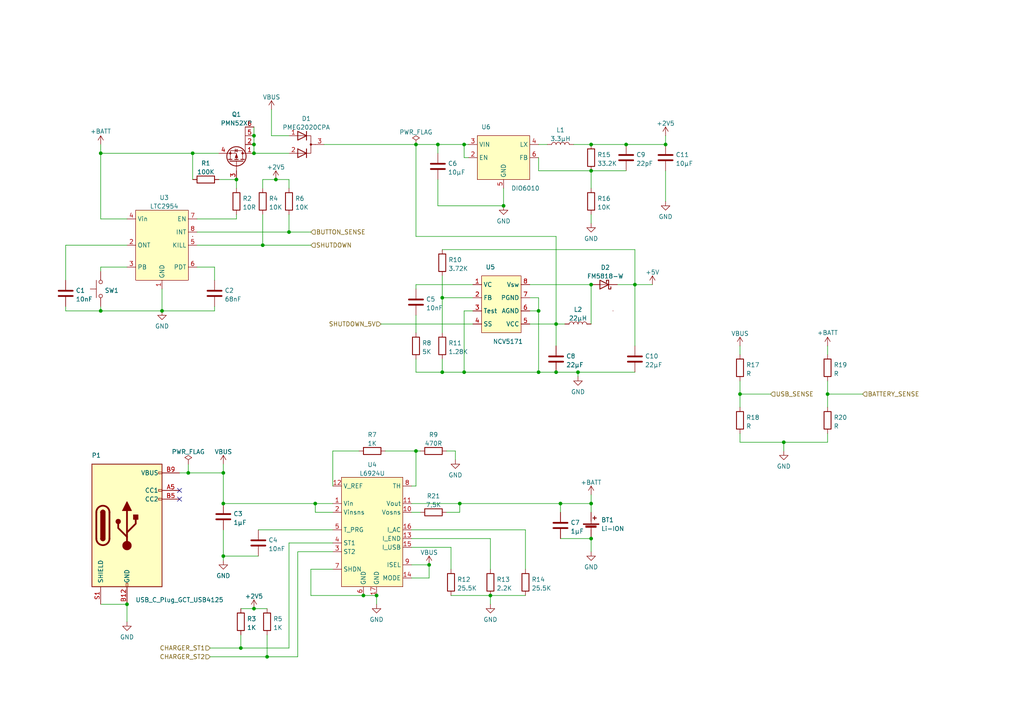
<source format=kicad_sch>
(kicad_sch (version 20211123) (generator eeschema)
  (paper "A4")
  (title_block (title "Power & Charge") (date "2022-06-08") (rev "1.0") (company "INSA - GEI"))
  (lib_symbols
    (symbol "Device:Battery_Cell" (pin_numbers hide) (pin_names (offset 0) hide)
      (property "Reference" "BT" (at 2.54 2.54 0))
      (property "Value" "Battery_Cell" (at 2.54 0 0))
      (symbol "Battery_Cell_0_1"
        (rectangle (start -2.286 1.778) (end 2.286 1.524) (fill (type outline)))
        (rectangle (start -1.5748 1.1938) (end 1.4732 0.6858) (fill (type outline)))
        (polyline (pts (xy 0 0.762) (xy 0 0)))
        (polyline (pts (xy 0 1.778) (xy 0 2.54)))
        (polyline (pts (xy 0.508 3.429) (xy 1.524 3.429)) (stroke (width 0.254)))
        (polyline (pts (xy 1.016 3.937) (xy 1.016 2.921)) (stroke (width 0.254)))
      )
      (symbol "Battery_Cell_1_1"
        (pin passive line (at 0 5.08 270) (length 2.54) (name "+") (number "1"))
        (pin passive line (at 0 -2.54 90) (length 2.54) (name "-") (number "2"))
      )
    )
    (symbol "Device:C" (pin_numbers hide) (pin_names (offset 0.254))
      (property "Reference" "C" (at 0.635 2.54 0))
      (property "Value" "C" (at 0.635 -2.54 0))
      (symbol "C_0_1"
        (polyline (pts (xy -2.032 -0.762) (xy 2.032 -0.762)) (stroke (width 0.508)))
        (polyline (pts (xy -2.032 0.762) (xy 2.032 0.762)) (stroke (width 0.508)))
      )
      (symbol "C_1_1"
        (pin passive line (at 0 3.81 270) (length 2.794) (name "~") (number "1"))
        (pin passive line (at 0 -3.81 90) (length 2.794) (name "~") (number "2"))
      )
    )
    (symbol "Device:D_Dual_CommonCathode_AAK_Parallel" (pin_names (offset 0.762) hide)
      (property "Reference" "D" (at 0 5.08 0))
      (property "Value" "D_Dual_CommonCathode_AAK_Parallel" (at 0 -5.08 0))
      (symbol "D_Dual_CommonCathode_AAK_Parallel_0_0"
        (polyline (pts (xy 0 -1.27) (xy 0 -3.81)) (stroke (width 0.254)))
        (polyline (pts (xy 0 1.27) (xy 0 3.81)) (stroke (width 0.254)))
      )
      (symbol "D_Dual_CommonCathode_AAK_Parallel_0_1"
        (polyline (pts (xy 1.27 0) (xy 2.54 0)))
        (polyline (pts (xy -2.54 -2.54) (xy 1.27 -2.54) (xy 1.27 2.54) (xy -2.54 2.54)))
        (polyline (pts (xy -2.54 -1.27) (xy 0 -2.54) (xy -2.54 -3.81) (xy -2.54 -1.27) (xy -2.54 -1.27) (xy -2.54 -1.27)) (stroke (width 0.254)))
        (polyline (pts (xy -2.54 3.81) (xy 0 2.54) (xy -2.54 1.27) (xy -2.54 3.81) (xy -2.54 3.81) (xy -2.54 3.81)) (stroke (width 0.254)))
        (circle (center 1.27 0) (radius 0.254) (fill (type outline)))
        (pin passive line (at -5.08 2.54 0) (length 2.54) (name "K") (number "1"))
        (pin passive line (at -5.08 -2.54 0) (length 2.54) (name "K") (number "2"))
        (pin passive line (at 5.08 0 180) (length 2.54) (name "A") (number "3"))
      )
    )
    (symbol "Device:D_Schottky" (pin_numbers hide) (pin_names (offset 1.016) hide)
      (property "Reference" "D" (at 0 2.54 0))
      (property "Value" "D_Schottky" (at 0 -2.54 0))
      (symbol "D_Schottky_0_1"
        (polyline (pts (xy 1.27 0) (xy -1.27 0)))
        (polyline (pts (xy 1.27 1.27) (xy 1.27 -1.27) (xy -1.27 0) (xy 1.27 1.27)) (stroke (width 0.254)))
        (polyline (pts (xy -1.905 0.635) (xy -1.905 1.27) (xy -1.27 1.27) (xy -1.27 -1.27) (xy -0.635 -1.27) (xy -0.635 -0.635)) (stroke (width 0.254)))
      )
      (symbol "D_Schottky_1_1"
        (pin passive line (at -3.81 0 0) (length 2.54) (name "K") (number "1"))
        (pin passive line (at 3.81 0 180) (length 2.54) (name "A") (number "2"))
      )
    )
    (symbol "Device:L" (pin_numbers hide) (pin_names (offset 1.016) hide)
      (property "Reference" "L" (at -1.27 0 90))
      (property "Value" "L" (at 1.905 0 90))
      (symbol "L_0_1"
        (arc (start 0 -2.54) (mid 0.635 -1.905) (end 0 -1.27))
        (arc (start 0 -1.27) (mid 0.635 -0.635) (end 0 0))
        (arc (start 0 0) (mid 0.635 0.635) (end 0 1.27))
        (arc (start 0 1.27) (mid 0.635 1.905) (end 0 2.54))
      )
      (symbol "L_1_1"
        (pin passive line (at 0 3.81 270) (length 1.27) (name "1") (number "1"))
        (pin passive line (at 0 -3.81 90) (length 1.27) (name "2") (number "2"))
      )
    )
    (symbol "Device:R" (pin_numbers hide) (pin_names (offset 0))
      (property "Reference" "R" (at 2.032 0 90))
      (property "Value" "R" (at 0 0 90))
      (symbol "R_0_1"
        (rectangle (start -1.016 -2.54) (end 1.016 2.54) (stroke (width 0.254)))
      )
      (symbol "R_1_1"
        (pin passive line (at 0 3.81 270) (length 1.27) (name "~") (number "1"))
        (pin passive line (at 0 -3.81 90) (length 1.27) (name "~") (number "2"))
      )
    )
    (symbol "Insa:DIO6010"
      (property "Reference" "U" (at -6.35 13.97 0))
      (property "Value" "DIO6010" (at 6.35 -2.54 0))
      (symbol "DIO6010_0_1"
        (rectangle (start -7.62 12.7) (end 7.62 0) (stroke (width 0.1524)) (fill (type background)))
      )
      (symbol "DIO6010_1_1"
        (pin passive line (at -10.16 2.54 0) (length 2.54) hide (name "NC") (number "1"))
        (pin input line (at -10.16 6.35 0) (length 2.54) (name "EN") (number "2"))
        (pin power_in line (at -10.16 10.16 0) (length 2.54) (name "VIN") (number "3"))
        (pin power_out line (at 10.16 10.16 180) (length 2.54) (name "LX") (number "4"))
        (pin power_in line (at 0 -2.54 90) (length 2.54) (name "GND") (number "5"))
        (pin input line (at 10.16 6.35 180) (length 2.54) (name "FB") (number "6"))
      )
    )
    (symbol "Insa:L6924U"
      (property "Reference" "U" (at 0 34.29 0))
      (property "Value" "L6924U" (at 7.62 -2.54 0))
      (symbol "L6924U_0_1"
        (rectangle (start -8.89 31.75) (end 8.89 0) (stroke (width 0.1524)) (fill (type background)))
      )
      (symbol "L6924U_1_1"
        (pin power_in line (at -11.43 24.13 0) (length 2.54) (name "Vin") (number "1"))
        (pin input line (at 11.43 21.59 180) (length 2.54) (name "Vosns") (number "10"))
        (pin power_out line (at 11.43 24.13 180) (length 2.54) (name "Vout") (number "11"))
        (pin output line (at -11.43 29.21 0) (length 2.54) (name "V_REF") (number "12"))
        (pin bidirectional line (at 11.43 13.97 180) (length 2.54) (name "I_END") (number "13"))
        (pin input line (at 11.43 2.54 180) (length 2.54) (name "MODE") (number "14"))
        (pin input line (at 11.43 11.43 180) (length 2.54) (name "I_USB") (number "15"))
        (pin input line (at 11.43 16.51 180) (length 2.54) (name "I_AC") (number "16"))
        (pin power_in line (at 1.27 -2.54 90) (length 2.54) (name "GND") (number "17"))
        (pin power_in line (at -11.43 21.59 0) (length 2.54) (name "Vinsns") (number "2"))
        (pin open_collector line (at -11.43 10.16 0) (length 2.54) (name "ST2") (number "3"))
        (pin open_collector line (at -11.43 12.7 0) (length 2.54) (name "ST1") (number "4"))
        (pin passive line (at -11.43 16.51 0) (length 2.54) (name "T_PRG") (number "5"))
        (pin power_in line (at -2.54 -2.54 90) (length 2.54) (name "GND") (number "6"))
        (pin input line (at -11.43 5.08 0) (length 2.54) (name "SHDN") (number "7"))
        (pin input line (at 11.43 29.21 180) (length 2.54) (name "TH") (number "8"))
        (pin input line (at 11.43 6.35 180) (length 2.54) (name "ISEL") (number "9"))
      )
    )
    (symbol "Insa:LTC2954"
      (property "Reference" "U" (at -6.35 25.4 0))
      (property "Value" "LTC2954" (at 5.08 1.27 0))
      (symbol "LTC2954_0_1"
        (rectangle (start -8.89 24.13) (end 6.35 3.81) (stroke (width 0.1524)) (fill (type background)))
        (rectangle (start 7.62 16.51) (end 7.62 16.51) (stroke (width 0.1524)))
        (rectangle (start 7.62 16.51) (end 7.62 16.51) (stroke (width 0.1524)))
        (rectangle (start 7.62 16.51) (end 7.62 16.51) (stroke (width 0.1524)))
        (rectangle (start 7.62 16.51) (end 7.62 16.51) (stroke (width 0.1524)))
        (rectangle (start 7.62 16.51) (end 7.62 16.51) (stroke (width 0.1524)))
        (rectangle (start 7.62 16.51) (end 7.62 16.51) (stroke (width 0.1524)))
      )
      (symbol "LTC2954_1_1"
        (pin power_in line (at -1.27 1.27 90) (length 2.54) (name "GND") (number "1"))
        (pin bidirectional line (at -11.43 13.97 0) (length 2.54) (name "ONT") (number "2"))
        (pin input line (at -11.43 7.62 0) (length 2.54) (name "PB") (number "3"))
        (pin power_in line (at -11.43 21.59 0) (length 2.54) (name "Vin") (number "4"))
        (pin input line (at 8.89 13.97 180) (length 2.54) (name "KILL") (number "5"))
        (pin bidirectional line (at 8.89 7.62 180) (length 2.54) (name "PDT") (number "6"))
        (pin input line (at 8.89 21.59 180) (length 2.54) (name "EN") (number "7"))
        (pin output line (at 8.89 17.78 180) (length 2.54) (name "INT") (number "8"))
      )
    )
    (symbol "Insa:NCV5171"
      (property "Reference" "U" (at 0 17.78 0))
      (property "Value" "NCV5171" (at 1.27 -1.27 0))
      (symbol "NCV5171_0_1"
        (rectangle (start -5.08 16.51) (end 6.35 0) (stroke (width 0.1524)) (fill (type background)))
        (rectangle (start 33.02 6.35) (end 33.02 6.35) (stroke (width 0.1524)))
        (rectangle (start 33.02 6.35) (end 33.02 6.35) (stroke (width 0.1524)))
      )
      (symbol "NCV5171_1_1"
        (pin input line (at -7.62 13.97 0) (length 2.54) (name "VC") (number "1"))
        (pin input line (at -7.62 10.16 0) (length 2.54) (name "FB") (number "2"))
        (pin input line (at -7.62 6.35 0) (length 2.54) (name "Test") (number "3"))
        (pin input line (at -7.62 2.54 0) (length 2.54) (name "SS") (number "4"))
        (pin power_in line (at 8.89 2.54 180) (length 2.54) (name "VCC") (number "5"))
        (pin power_in line (at 8.89 6.35 180) (length 2.54) (name "AGND") (number "6"))
        (pin power_in line (at 8.89 10.16 180) (length 2.54) (name "PGND") (number "7"))
        (pin power_out line (at 8.89 13.97 180) (length 2.54) (name "Vsw") (number "8"))
      )
    )
    (symbol "Insa:PMN52XP" (pin_names (offset 0) hide)
      (property "Reference" "Q" (at 5.08 1.27 0))
      (property "Value" "PMN52XP" (at 5.08 -1.27 0))
      (symbol "PMN52XP_0_1"
        (polyline (pts (xy 0.254 0) (xy -2.54 0)))
        (polyline (pts (xy 0.254 1.905) (xy 0.254 -1.905)) (stroke (width 0.254)))
        (polyline (pts (xy 0.762 -1.27) (xy 0.762 -2.286)) (stroke (width 0.254)))
        (polyline (pts (xy 0.762 0.508) (xy 0.762 -0.508)) (stroke (width 0.254)))
        (polyline (pts (xy 0.762 2.286) (xy 0.762 1.27)) (stroke (width 0.254)))
        (polyline (pts (xy 10.16 2.54) (xy 5.08 2.54)) (stroke (width 0.1524)))
        (polyline (pts (xy 2.54 -2.54) (xy 2.54 0) (xy 0.762 0)))
        (polyline (pts (xy 5.08 2.54) (xy 2.54 2.54) (xy 2.54 1.778)))
        (polyline (pts (xy 0.762 1.778) (xy 3.302 1.778) (xy 3.302 -1.778) (xy 0.762 -1.778)))
        (polyline (pts (xy 2.286 0) (xy 1.27 0.381) (xy 1.27 -0.381) (xy 2.286 0)) (fill (type outline)))
        (polyline (pts (xy 2.794 -0.508) (xy 2.921 -0.381) (xy 3.683 -0.381) (xy 3.81 -0.254)))
        (polyline (pts (xy 3.302 -0.381) (xy 2.921 0.254) (xy 3.683 0.254) (xy 3.302 -0.381)))
        (circle (center 1.651 0) (radius 2.794) (stroke (width 0.254)))
        (circle (center 2.54 -1.778) (radius 0.254) (fill (type outline)))
        (circle (center 2.54 1.778) (radius 0.254) (fill (type outline)))
      )
      (symbol "PMN52XP_1_1"
        (pin passive line (at 2.54 5.08 270) (length 2.54) (name "D") (number "1"))
        (pin passive line (at 5.08 5.08 270) (length 2.54) (name "D") (number "2"))
        (pin input line (at -5.08 0 0) (length 2.54) (name "G") (number "3"))
        (pin passive line (at 2.54 -5.08 90) (length 2.54) (name "S") (number "4"))
        (pin passive line (at 7.62 5.08 270) (length 2.54) (name "D") (number "5"))
        (pin passive line (at 10.16 5.08 270) (length 2.54) (name "D") (number "6"))
      )
    )
    (symbol "Insa:USB_C_Plug_GCT_USB4125" (pin_names (offset 1.016))
      (property "Reference" "P" (at -10.16 19.05 0))
      (property "Value" "USB_C_Plug_GCT_USB4125" (at 26.67 -20.32 0))
      (symbol "USB_C_Plug_GCT_USB4125_0_0"
        (rectangle (start -0.254 -17.78) (end 0.254 -16.764))
        (rectangle (start 10.16 7.874) (end 9.144 7.366))
        (rectangle (start 10.16 10.414) (end 9.144 9.906))
        (rectangle (start 10.16 15.494) (end 9.144 14.986))
      )
      (symbol "USB_C_Plug_GCT_USB4125_0_1"
        (rectangle (start -10.16 17.78) (end 10.16 -17.78) (stroke (width 0.254)) (fill (type background)))
        (arc (start -8.89 -3.81) (mid -6.985 -5.715) (end -5.08 -3.81) (stroke (width 0.508)))
        (arc (start -7.62 -3.81) (mid -6.985 -4.445) (end -6.35 -3.81) (stroke (width 0.254)))
        (arc (start -7.62 -3.81) (mid -6.985 -4.445) (end -6.35 -3.81) (stroke (width 0.254)) (fill (type outline)))
        (rectangle (start -7.62 -3.81) (end -6.35 3.81) (stroke (width 0.254)) (fill (type outline)))
        (arc (start -6.35 3.81) (mid -6.985 4.445) (end -7.62 3.81) (stroke (width 0.254)))
        (arc (start -6.35 3.81) (mid -6.985 4.445) (end -7.62 3.81) (stroke (width 0.254)) (fill (type outline)))
        (arc (start -5.08 3.81) (mid -6.985 5.715) (end -8.89 3.81) (stroke (width 0.508)))
        (circle (center -2.54 1.143) (radius 0.635) (stroke (width 0.254)) (fill (type outline)))
        (circle (center 0 -5.842) (radius 1.27) (fill (type outline)))
        (polyline (pts (xy -8.89 -3.81) (xy -8.89 3.81)) (stroke (width 0.508)))
        (polyline (pts (xy -5.08 3.81) (xy -5.08 -3.81)) (stroke (width 0.508)))
        (polyline (pts (xy 0 -5.842) (xy 0 4.318)) (stroke (width 0.508)))
        (polyline (pts (xy 0 -3.302) (xy -2.54 -0.762) (xy -2.54 0.508)) (stroke (width 0.508)))
        (polyline (pts (xy 0 -2.032) (xy 2.54 0.508) (xy 2.54 1.778)) (stroke (width 0.508)))
        (polyline (pts (xy -1.27 4.318) (xy 0 6.858) (xy 1.27 4.318) (xy -1.27 4.318)) (stroke (width 0.254)) (fill (type outline)))
        (rectangle (start 1.905 1.778) (end 3.175 3.048) (stroke (width 0.254)) (fill (type outline)))
      )
      (symbol "USB_C_Plug_GCT_USB4125_1_1"
        (pin passive line (at 0 -22.86 90) (length 5.08) hide (name "GND") (number "A12"))
        (pin bidirectional line (at 15.24 10.16 180) (length 5.08) (name "CC1") (number "A5"))
        (pin passive line (at 15.24 15.24 180) (length 5.08) hide (name "VBUS") (number "A9"))
        (pin passive line (at 0 -22.86 90) (length 5.08) (name "GND") (number "B12"))
        (pin bidirectional line (at 15.24 7.62 180) (length 5.08) (name "CC2") (number "B5"))
        (pin passive line (at 15.24 15.24 180) (length 5.08) (name "VBUS") (number "B9"))
        (pin passive line (at -7.62 -22.86 90) (length 5.08) (name "SHIELD") (number "S1"))
      )
    )
    (symbol "Switch:SW_Push" (pin_numbers hide) (pin_names (offset 1.016) hide)
      (property "Reference" "SW" (at 1.27 2.54 0))
      (property "Value" "SW_Push" (at 0 -1.524 0))
      (symbol "SW_Push_0_1"
        (circle (center -2.032 0) (radius 0.508))
        (polyline (pts (xy 0 1.27) (xy 0 3.048)))
        (polyline (pts (xy 2.54 1.27) (xy -2.54 1.27)))
        (circle (center 2.032 0) (radius 0.508))
        (pin passive line (at -5.08 0 0) (length 2.54) (name "1") (number "1"))
        (pin passive line (at 5.08 0 180) (length 2.54) (name "2") (number "2"))
      )
    )
    (symbol "power:+2V5" (power) (pin_names (offset 0))
      (property "Value" "+2V5" (at 0 3.556 0))
      (symbol "+2V5_0_1"
        (polyline (pts (xy -0.762 1.27) (xy 0 2.54)))
        (polyline (pts (xy 0 0) (xy 0 2.54)))
        (polyline (pts (xy 0 2.54) (xy 0.762 1.27)))
      )
      (symbol "+2V5_1_1"
        (pin power_in line (at 0 0 90) (length 0) hide (name "+2V5") (number "1"))
      )
    )
    (symbol "power:+5V" (power) (pin_names (offset 0))
      (property "Value" "+5V" (at 0 3.556 0))
      (symbol "+5V_0_1"
        (polyline (pts (xy -0.762 1.27) (xy 0 2.54)))
        (polyline (pts (xy 0 0) (xy 0 2.54)))
        (polyline (pts (xy 0 2.54) (xy 0.762 1.27)))
      )
      (symbol "+5V_1_1"
        (pin power_in line (at 0 0 90) (length 0) hide (name "+5V") (number "1"))
      )
    )
    (symbol "power:+BATT" (power) (pin_names (offset 0))
      (property "Value" "+BATT" (at 0 3.556 0))
      (symbol "+BATT_0_1"
        (polyline (pts (xy -0.762 1.27) (xy 0 2.54)))
        (polyline (pts (xy 0 0) (xy 0 2.54)))
        (polyline (pts (xy 0 2.54) (xy 0.762 1.27)))
      )
      (symbol "+BATT_1_1"
        (pin power_in line (at 0 0 90) (length 0) hide (name "+BATT") (number "1"))
      )
    )
    (symbol "power:GND" (power) (pin_names (offset 0))
      (property "Value" "GND" (at 0 -3.81 0))
      (symbol "GND_0_1"
        (polyline (pts (xy 0 0) (xy 0 -1.27) (xy 1.27 -1.27) (xy 0 -2.54) (xy -1.27 -1.27) (xy 0 -1.27)))
      )
      (symbol "GND_1_1"
        (pin power_in line (at 0 0 270) (length 0) hide (name "GND") (number "1"))
      )
    )
    (symbol "power:PWR_FLAG" (power) (pin_numbers hide) (pin_names (offset 0) hide)
      (property "Value" "PWR_FLAG" (at 0 3.81 0))
      (symbol "PWR_FLAG_0_0"
        (pin power_out line (at 0 0 90) (length 0) (name "pwr") (number "1"))
      )
      (symbol "PWR_FLAG_0_1"
        (polyline (pts (xy 0 0) (xy 0 1.27) (xy -1.016 1.905) (xy 0 2.54) (xy 1.016 1.905) (xy 0 1.27)))
      )
    )
    (symbol "power:VBUS" (power) (pin_names (offset 0))
      (property "Value" "VBUS" (at 0 3.81 0))
      (symbol "VBUS_0_1"
        (polyline (pts (xy -0.762 1.27) (xy 0 2.54)))
        (polyline (pts (xy 0 0) (xy 0 2.54)))
        (polyline (pts (xy 0 2.54) (xy 0.762 1.27)))
      )
      (symbol "VBUS_1_1"
        (pin power_in line (at 0 0 90) (length 0) hide (name "VBUS") (number "1"))
      )
    )
  )
  (junction (at 214.63 114.3))
  (junction (at 128.27 86.36))
  (junction (at 127 41.91))
  (junction (at 171.45 41.91))
  (junction (at 64.77 146.05))
  (junction (at 91.44 146.05))
  (junction (at 73.66 39.37))
  (junction (at 240.03 114.3))
  (junction (at 109.22 172.72))
  (junction (at 73.66 176.53))
  (junction (at 181.61 41.91))
  (junction (at 171.45 82.55))
  (junction (at 184.15 82.55))
  (junction (at 120.65 41.91))
  (junction (at 156.21 107.95))
  (junction (at 128.27 107.95))
  (junction (at 64.77 137.16))
  (junction (at 36.83 175.26))
  (junction (at 167.64 107.95))
  (junction (at 161.29 93.98))
  (junction (at 171.45 146.05))
  (junction (at 69.85 187.96))
  (junction (at 162.56 146.05))
  (junction (at 73.66 44.45))
  (junction (at 76.2 71.12))
  (junction (at 55.88 44.45))
  (junction (at 171.45 156.21))
  (junction (at 134.62 107.95))
  (junction (at 193.04 41.91))
  (junction (at 146.05 59.69))
  (junction (at 73.66 41.91))
  (junction (at 227.33 128.27))
  (junction (at 54.61 137.16))
  (junction (at 133.35 146.05))
  (junction (at 161.29 107.95))
  (junction (at 134.62 41.91))
  (junction (at 142.24 172.72))
  (junction (at 124.46 163.83))
  (junction (at 171.45 49.53))
  (junction (at 80.01 52.07))
  (junction (at 83.82 67.31))
  (junction (at 29.21 90.17))
  (junction (at 120.65 130.81))
  (junction (at 29.21 44.45))
  (junction (at 105.41 172.72))
  (junction (at 68.58 52.07))
  (junction (at 77.47 190.5))
  (junction (at 156.21 90.17))
  (junction (at 46.99 90.17))
  (junction (at 64.77 161.29))
  (no_connect (at 52.07 144.78))
  (no_connect (at 52.07 142.24))
  (wire (pts (xy 69.85 176.53) (xy 73.66 176.53)))
  (wire (pts (xy 119.38 140.97) (xy 120.65 140.97)))
  (wire (pts (xy 214.63 114.3) (xy 223.52 114.3)))
  (wire (pts (xy 153.67 90.17) (xy 156.21 90.17)))
  (wire (pts (xy 29.21 175.26) (xy 36.83 175.26)))
  (wire (pts (xy 171.45 41.91) (xy 181.61 41.91)))
  (wire (pts (xy 240.03 100.33) (xy 240.03 102.87)))
  (wire (pts (xy 240.03 114.3) (xy 240.03 118.11)))
  (wire (pts (xy 73.66 39.37) (xy 73.66 41.91)))
  (wire (pts (xy 128.27 86.36) (xy 137.16 86.36)))
  (wire (pts (xy 46.99 90.17) (xy 46.99 83.82)))
  (wire (pts (xy 36.83 63.5) (xy 29.21 63.5)))
  (wire (pts (xy 93.98 41.91) (xy 120.65 41.91)))
  (wire (pts (xy 153.67 86.36) (xy 156.21 86.36)))
  (wire (pts (xy 86.36 160.02) (xy 86.36 190.5)))
  (wire (pts (xy 29.21 63.5) (xy 29.21 44.45)))
  (wire (pts (xy 129.54 130.81) (xy 132.08 130.81)))
  (wire (pts (xy 69.85 187.96) (xy 83.82 187.96)))
  (wire (pts (xy 120.65 41.91) (xy 127 41.91)))
  (wire (pts (xy 128.27 86.36) (xy 128.27 96.52)))
  (wire (pts (xy 77.47 190.5) (xy 86.36 190.5)))
  (wire (pts (xy 64.77 161.29) (xy 64.77 162.56)))
  (wire (pts (xy 29.21 90.17) (xy 29.21 88.9)))
  (wire (pts (xy 96.52 130.81) (xy 104.14 130.81)))
  (wire (pts (xy 52.07 137.16) (xy 54.61 137.16)))
  (wire (pts (xy 96.52 157.48) (xy 83.82 157.48)))
  (wire (pts (xy 161.29 107.95) (xy 167.64 107.95)))
  (wire (pts (xy 156.21 90.17) (xy 156.21 107.95)))
  (wire (pts (xy 161.29 93.98) (xy 161.29 68.58)))
  (wire (pts (xy 73.66 36.83) (xy 73.66 39.37)))
  (wire (pts (xy 74.93 153.67) (xy 96.52 153.67)))
  (wire (pts (xy 90.17 165.1) (xy 90.17 172.72)))
  (wire (pts (xy 124.46 167.64) (xy 124.46 163.83)))
  (wire (pts (xy 171.45 62.23) (xy 171.45 64.77)))
  (wire (pts (xy 29.21 44.45) (xy 55.88 44.45)))
  (wire (pts (xy 135.89 45.72) (xy 134.62 45.72)))
  (wire (pts (xy 161.29 93.98) (xy 163.83 93.98)))
  (wire (pts (xy 240.03 114.3) (xy 250.19 114.3)))
  (wire (pts (xy 130.81 172.72) (xy 142.24 172.72)))
  (wire (pts (xy 171.45 49.53) (xy 181.61 49.53)))
  (wire (pts (xy 184.15 82.55) (xy 189.23 82.55)))
  (wire (pts (xy 161.29 93.98) (xy 161.29 100.33)))
  (wire (pts (xy 76.2 71.12) (xy 90.17 71.12)))
  (wire (pts (xy 156.21 86.36) (xy 156.21 90.17)))
  (wire (pts (xy 96.52 140.97) (xy 96.52 130.81)))
  (wire (pts (xy 109.22 172.72) (xy 109.22 175.26)))
  (wire (pts (xy 133.35 148.59) (xy 133.35 146.05)))
  (wire (pts (xy 120.65 140.97) (xy 120.65 130.81)))
  (wire (pts (xy 171.45 49.53) (xy 171.45 54.61)))
  (wire (pts (xy 60.96 187.96) (xy 69.85 187.96)))
  (wire (pts (xy 184.15 82.55) (xy 184.15 100.33)))
  (wire (pts (xy 64.77 146.05) (xy 91.44 146.05)))
  (wire (pts (xy 29.21 90.17) (xy 46.99 90.17)))
  (wire (pts (xy 120.65 130.81) (xy 121.92 130.81)))
  (wire (pts (xy 119.38 153.67) (xy 152.4 153.67)))
  (wire (pts (xy 134.62 41.91) (xy 134.62 45.72)))
  (wire (pts (xy 29.21 44.45) (xy 29.21 41.91)))
  (wire (pts (xy 120.65 82.55) (xy 120.65 83.82)))
  (wire (pts (xy 120.65 68.58) (xy 120.65 41.91)))
  (wire (pts (xy 167.64 107.95) (xy 167.64 109.22)))
  (wire (pts (xy 80.01 52.07) (xy 76.2 52.07)))
  (wire (pts (xy 46.99 90.17) (xy 62.23 90.17)))
  (wire (pts (xy 76.2 62.23) (xy 76.2 71.12)))
  (wire (pts (xy 29.21 90.17) (xy 19.05 90.17)))
  (wire (pts (xy 36.83 175.26) (xy 36.83 180.34)))
  (wire (pts (xy 120.65 91.44) (xy 120.65 96.52)))
  (wire (pts (xy 166.37 41.91) (xy 171.45 41.91)))
  (wire (pts (xy 129.54 148.59) (xy 133.35 148.59)))
  (wire (pts (xy 73.66 44.45) (xy 83.82 44.45)))
  (wire (pts (xy 167.64 107.95) (xy 184.15 107.95)))
  (wire (pts (xy 19.05 71.12) (xy 36.83 71.12)))
  (wire (pts (xy 83.82 157.48) (xy 83.82 187.96)))
  (wire (pts (xy 134.62 41.91) (xy 135.89 41.91)))
  (wire (pts (xy 60.96 190.5) (xy 77.47 190.5)))
  (wire (pts (xy 76.2 52.07) (xy 76.2 54.61)))
  (wire (pts (xy 119.38 146.05) (xy 133.35 146.05)))
  (wire (pts (xy 77.47 184.15) (xy 77.47 190.5)))
  (wire (pts (xy 227.33 128.27) (xy 240.03 128.27)))
  (wire (pts (xy 119.38 156.21) (xy 142.24 156.21)))
  (wire (pts (xy 64.77 137.16) (xy 64.77 146.05)))
  (wire (pts (xy 156.21 41.91) (xy 158.75 41.91)))
  (wire (pts (xy 171.45 49.53) (xy 156.21 49.53)))
  (wire (pts (xy 214.63 114.3) (xy 214.63 118.11)))
  (wire (pts (xy 64.77 161.29) (xy 74.93 161.29)))
  (wire (pts (xy 240.03 128.27) (xy 240.03 125.73)))
  (wire (pts (xy 96.52 160.02) (xy 86.36 160.02)))
  (wire (pts (xy 69.85 184.15) (xy 69.85 187.96)))
  (wire (pts (xy 119.38 148.59) (xy 121.92 148.59)))
  (wire (pts (xy 134.62 107.95) (xy 128.27 107.95)))
  (wire (pts (xy 19.05 90.17) (xy 19.05 88.9)))
  (wire (pts (xy 142.24 172.72) (xy 142.24 175.26)))
  (wire (pts (xy 127 41.91) (xy 134.62 41.91)))
  (wire (pts (xy 68.58 63.5) (xy 68.58 62.23)))
  (wire (pts (xy 134.62 90.17) (xy 134.62 107.95)))
  (wire (pts (xy 83.82 52.07) (xy 80.01 52.07)))
  (wire (pts (xy 127 52.07) (xy 127 59.69)))
  (wire (pts (xy 57.15 63.5) (xy 68.58 63.5)))
  (wire (pts (xy 96.52 165.1) (xy 90.17 165.1)))
  (wire (pts (xy 162.56 146.05) (xy 162.56 148.59)))
  (wire (pts (xy 91.44 148.59) (xy 91.44 146.05)))
  (wire (pts (xy 64.77 134.62) (xy 64.77 137.16)))
  (wire (pts (xy 36.83 77.47) (xy 29.21 77.47)))
  (wire (pts (xy 142.24 172.72) (xy 152.4 172.72)))
  (wire (pts (xy 184.15 72.39) (xy 184.15 82.55)))
  (wire (pts (xy 96.52 148.59) (xy 91.44 148.59)))
  (wire (pts (xy 128.27 80.01) (xy 128.27 86.36)))
  (wire (pts (xy 181.61 41.91) (xy 193.04 41.91)))
  (wire (pts (xy 214.63 110.49) (xy 214.63 114.3)))
  (wire (pts (xy 137.16 82.55) (xy 120.65 82.55)))
  (wire (pts (xy 57.15 77.47) (xy 62.23 77.47)))
  (wire (pts (xy 111.76 130.81) (xy 120.65 130.81)))
  (wire (pts (xy 55.88 44.45) (xy 63.5 44.45)))
  (wire (pts (xy 83.82 39.37) (xy 78.74 39.37)))
  (wire (pts (xy 128.27 107.95) (xy 120.65 107.95)))
  (wire (pts (xy 90.17 172.72) (xy 105.41 172.72)))
  (wire (pts (xy 57.15 67.31) (xy 83.82 67.31)))
  (wire (pts (xy 156.21 107.95) (xy 134.62 107.95)))
  (wire (pts (xy 130.81 165.1) (xy 130.81 158.75)))
  (wire (pts (xy 137.16 90.17) (xy 134.62 90.17)))
  (wire (pts (xy 128.27 104.14) (xy 128.27 107.95)))
  (wire (pts (xy 132.08 130.81) (xy 132.08 133.35)))
  (wire (pts (xy 83.82 54.61) (xy 83.82 52.07)))
  (wire (pts (xy 171.45 146.05) (xy 171.45 148.59)))
  (wire (pts (xy 54.61 137.16) (xy 64.77 137.16)))
  (wire (pts (xy 63.5 52.07) (xy 68.58 52.07)))
  (wire (pts (xy 171.45 160.02) (xy 171.45 156.21)))
  (wire (pts (xy 162.56 146.05) (xy 171.45 146.05)))
  (wire (pts (xy 119.38 167.64) (xy 124.46 167.64)))
  (wire (pts (xy 62.23 77.47) (xy 62.23 81.28)))
  (wire (pts (xy 179.07 82.55) (xy 184.15 82.55)))
  (wire (pts (xy 153.67 93.98) (xy 161.29 93.98)))
  (wire (pts (xy 73.66 41.91) (xy 73.66 44.45)))
  (wire (pts (xy 78.74 31.75) (xy 78.74 39.37)))
  (wire (pts (xy 19.05 81.28) (xy 19.05 71.12)))
  (wire (pts (xy 146.05 54.61) (xy 146.05 59.69)))
  (wire (pts (xy 128.27 72.39) (xy 184.15 72.39)))
  (wire (pts (xy 193.04 49.53) (xy 193.04 58.42)))
  (wire (pts (xy 240.03 110.49) (xy 240.03 114.3)))
  (wire (pts (xy 171.45 143.51) (xy 171.45 146.05)))
  (wire (pts (xy 227.33 128.27) (xy 227.33 130.81)))
  (wire (pts (xy 64.77 153.67) (xy 64.77 161.29)))
  (wire (pts (xy 62.23 90.17) (xy 62.23 88.9)))
  (wire (pts (xy 105.41 172.72) (xy 109.22 172.72)))
  (wire (pts (xy 83.82 67.31) (xy 90.17 67.31)))
  (wire (pts (xy 214.63 128.27) (xy 227.33 128.27)))
  (wire (pts (xy 193.04 39.37) (xy 193.04 41.91)))
  (wire (pts (xy 73.66 176.53) (xy 77.47 176.53)))
  (wire (pts (xy 110.49 93.98) (xy 137.16 93.98)))
  (wire (pts (xy 156.21 107.95) (xy 161.29 107.95)))
  (wire (pts (xy 91.44 146.05) (xy 96.52 146.05)))
  (wire (pts (xy 214.63 100.33) (xy 214.63 102.87)))
  (wire (pts (xy 171.45 82.55) (xy 171.45 93.98)))
  (wire (pts (xy 162.56 156.21) (xy 171.45 156.21)))
  (wire (pts (xy 133.35 146.05) (xy 162.56 146.05)))
  (wire (pts (xy 127 59.69) (xy 146.05 59.69)))
  (wire (pts (xy 55.88 44.45) (xy 55.88 52.07)))
  (wire (pts (xy 156.21 49.53) (xy 156.21 45.72)))
  (wire (pts (xy 142.24 156.21) (xy 142.24 165.1)))
  (wire (pts (xy 214.63 125.73) (xy 214.63 128.27)))
  (wire (pts (xy 120.65 107.95) (xy 120.65 104.14)))
  (wire (pts (xy 127 41.91) (xy 127 44.45)))
  (wire (pts (xy 161.29 68.58) (xy 120.65 68.58)))
  (wire (pts (xy 119.38 158.75) (xy 130.81 158.75)))
  (wire (pts (xy 119.38 163.83) (xy 124.46 163.83)))
  (wire (pts (xy 68.58 52.07) (xy 68.58 54.61)))
  (wire (pts (xy 83.82 62.23) (xy 83.82 67.31)))
  (wire (pts (xy 29.21 77.47) (xy 29.21 78.74)))
  (wire (pts (xy 54.61 134.62) (xy 54.61 137.16)))
  (wire (pts (xy 57.15 71.12) (xy 76.2 71.12)))
  (wire (pts (xy 152.4 153.67) (xy 152.4 165.1)))
  (wire (pts (xy 153.67 82.55) (xy 171.45 82.55)))
  (hierarchical_label "SHUTDOWN_5V" (shape input) (at 110.49 93.98 180))
  (hierarchical_label "USB_SENSE" (shape input) (at 223.52 114.3 0))
  (hierarchical_label "BATTERY_SENSE" (shape input) (at 250.19 114.3 0))
  (hierarchical_label "CHARGER_ST2" (shape input) (at 60.96 190.5 180))
  (hierarchical_label "CHARGER_ST1" (shape input) (at 60.96 187.96 180))
  (hierarchical_label "BUTTON_SENSE" (shape input) (at 90.17 67.31 0))
  (hierarchical_label "SHUTDOWN" (shape input) (at 90.17 71.12 0))
  (symbol (lib_id "Device:Battery_Cell") (at 171.45 153.67 0) (unit 1)
    (property "Reference" "BT1" (at 174.371 150.8033 0) (effects (justify left)))
    (property "Value" "Li-ION" (at 174.371 153.3402 0) (effects (justify left)))
    (property "Footprint" "Battery:BatteryHolder_Keystone_2460_1xAA" (effects hide))
  )
  (symbol (lib_id "Device:R") (at 125.73 148.59 90) (unit 1)
    (property "Reference" "R21" (at 125.73 143.8742 90))
    (property "Value" "7,5K" (at 125.73 146.4111 90))
    (property "Footprint" "Resistor_SMD:R_0805_2012Metric" (effects hide))
  )
  (symbol (lib_id "power:+2V5") (at 193.04 39.37 0) (unit 1)
    (property "Reference" "#PWR023" (effects hide))
    (property "Value" "+2V5" (at 193.04 35.7942 0))
  )
  (symbol (lib_id "power:GND") (at 132.08 133.35 0) (unit 1)
    (property "Reference" "#PWR015" (effects hide))
    (property "Value" "GND" (at 132.08 137.7934 0))
  )
  (symbol (lib_id "Device:R") (at 125.73 130.81 90) (unit 1)
    (property "Reference" "R9" (at 125.73 126.0942 90))
    (property "Value" "470R" (at 125.73 128.6311 90))
    (property "Footprint" "Resistor_SMD:R_0805_2012Metric" (effects hide))
  )
  (symbol (lib_id "power:+BATT") (at 171.45 143.51 0) (unit 1)
    (property "Reference" "#PWR018" (effects hide))
    (property "Value" "+BATT" (at 171.45 139.9342 0))
  )
  (symbol (lib_id "Device:C") (at 64.77 149.86 0) (unit 1)
    (property "Reference" "C3" (at 67.691 149.0253 0) (effects (justify left)))
    (property "Value" "1µF" (at 67.691 151.5622 0) (effects (justify left)))
    (property "Footprint" "Capacitor_SMD:C_0805_2012Metric" (effects hide))
  )
  (symbol (lib_id "Device:C") (at 120.65 87.63 0) (unit 1)
    (property "Reference" "C5" (at 123.571 86.7953 0) (effects (justify left)))
    (property "Value" "10nF" (at 123.571 89.3322 0) (effects (justify left)))
    (property "Footprint" "Capacitor_SMD:C_0805_2012Metric" (effects hide))
  )
  (symbol (lib_id "Device:C") (at 181.61 45.72 0) (unit 1)
    (property "Reference" "C9" (at 184.531 44.8853 0) (effects (justify left)))
    (property "Value" "22pF" (at 184.531 47.4222 0) (effects (justify left)))
    (property "Footprint" "Capacitor_SMD:C_0805_2012Metric" (effects hide))
  )
  (symbol (lib_id "power:GND") (at 46.99 90.17 0) (unit 1)
    (property "Reference" "#PWR07" (effects hide))
    (property "Value" "GND" (at 46.99 94.6134 0))
  )
  (symbol (lib_id "power:GND") (at 109.22 175.26 0) (unit 1)
    (property "Reference" "#PWR013" (effects hide))
    (property "Value" "GND" (at 109.22 179.7034 0))
  )
  (symbol (lib_id "Device:R") (at 142.24 168.91 0) (unit 1)
    (property "Reference" "R13" (at 144.018 168.0753 0) (effects (justify left)))
    (property "Value" "2.2K" (at 144.018 170.6122 0) (effects (justify left)))
    (property "Footprint" "Resistor_SMD:R_0805_2012Metric" (effects hide))
  )
  (symbol (lib_id "power:VBUS") (at 214.63 100.33 0) (unit 1)
    (property "Reference" "#PWR025" (effects hide))
    (property "Value" "VBUS" (at 214.63 96.7542 0))
  )
  (symbol (lib_id "Device:R") (at 69.85 180.34 0) (unit 1)
    (property "Reference" "R3" (at 71.628 179.5053 0) (effects (justify left)))
    (property "Value" "1K" (at 71.628 182.0422 0) (effects (justify left)))
    (property "Footprint" "Resistor_SMD:R_0805_2012Metric" (effects hide))
  )
  (symbol (lib_id "Device:C") (at 162.56 152.4 0) (unit 1)
    (property "Reference" "C7" (at 165.481 151.5653 0) (effects (justify left)))
    (property "Value" "1µF" (at 165.481 154.1022 0) (effects (justify left)))
    (property "Footprint" "Capacitor_SMD:C_0805_2012Metric" (effects hide))
  )
  (symbol (lib_id "Insa:USB_C_Plug_GCT_USB4125") (at 36.83 152.4 0) (unit 1)
    (property "Reference" "P1" (at 27.94 132.08 0))
    (property "Value" "USB_C_Plug_GCT_USB4125" (at 52.07 173.99 0))
    (property "Footprint" "INSA:USB_C_Receptacle_GCT_USB4125" (effects hide))
    (property "Datasheet" "https://www.usb.org/sites/default/files/documents/usb_type-c.zip" (effects hide))
  )
  (symbol (lib_id "Device:L") (at 162.56 41.91 90) (unit 1)
    (property "Reference" "L1" (at 162.56 37.7022 90))
    (property "Value" "3.3µH" (at 162.56 40.2391 90))
    (property "Footprint" "Inductor_SMD:L_Vishay_IHLP-2525" (effects hide))
  )
  (symbol (lib_id "Device:R") (at 120.65 100.33 180) (unit 1)
    (property "Reference" "R8" (at 122.428 99.4953 0) (effects (justify right)))
    (property "Value" "5K" (at 122.428 102.0322 0) (effects (justify right)))
    (property "Footprint" "Resistor_SMD:R_0805_2012Metric" (effects hide))
  )
  (symbol (lib_id "power:GND") (at 167.64 109.22 0) (unit 1)
    (property "Reference" "#PWR020" (effects hide))
    (property "Value" "GND" (at 167.64 113.6634 0))
  )
  (symbol (lib_id "power:GND") (at 146.05 59.69 0) (unit 1)
    (property "Reference" "#PWR017" (effects hide))
    (property "Value" "GND" (at 146.05 64.1334 0))
  )
  (symbol (lib_id "Device:C") (at 74.93 157.48 0) (unit 1)
    (property "Reference" "C4" (at 77.851 156.6453 0) (effects (justify left)))
    (property "Value" "10nF" (at 77.851 159.1822 0) (effects (justify left)))
    (property "Footprint" "Capacitor_SMD:C_0805_2012Metric" (effects hide))
  )
  (symbol (lib_id "Device:R") (at 214.63 106.68 0) (unit 1)
    (property "Reference" "R17" (at 216.408 105.8453 0) (effects (justify left)))
    (property "Value" "R" (at 216.408 108.3822 0) (effects (justify left)))
    (property "Footprint" "Resistor_SMD:R_0805_2012Metric" (effects hide))
  )
  (symbol (lib_id "power:+BATT") (at 29.21 41.91 0) (unit 1)
    (property "Reference" "#PWR05" (effects hide))
    (property "Value" "+BATT" (at 29.21 38.1 0))
  )
  (symbol (lib_id "power:+2V5") (at 73.66 176.53 0) (unit 1)
    (property "Reference" "#PWR010" (effects hide))
    (property "Value" "+2V5" (at 73.66 172.9542 0))
  )
  (symbol (lib_id "power:+BATT") (at 240.03 100.33 0) (unit 1)
    (property "Reference" "#PWR027" (effects hide))
    (property "Value" "+BATT" (at 240.03 96.52 0))
  )
  (symbol (lib_id "power:+5V") (at 189.23 82.55 0) (unit 1)
    (property "Reference" "#PWR022" (effects hide))
    (property "Value" "+5V" (at 189.23 78.9742 0))
  )
  (symbol (lib_id "power:GND") (at 36.83 180.34 0) (unit 1)
    (property "Reference" "#PWR06" (effects hide))
    (property "Value" "GND" (at 36.83 184.7834 0))
  )
  (symbol (lib_id "power:VBUS") (at 124.46 163.83 0) (unit 1)
    (property "Reference" "#PWR014" (effects hide))
    (property "Value" "VBUS" (at 124.46 160.2542 0))
  )
  (symbol (lib_id "power:PWR_FLAG") (at 54.61 134.62 0) (unit 1)
    (property "Reference" "#FLG0101" (effects hide))
    (property "Value" "PWR_FLAG" (at 54.61 131.0442 0))
  )
  (symbol (lib_id "Device:R") (at 171.45 58.42 180) (unit 1)
    (property "Reference" "R16" (at 173.228 57.5853 0) (effects (justify right)))
    (property "Value" "10K" (at 173.228 60.1222 0) (effects (justify right)))
    (property "Footprint" "Resistor_SMD:R_0805_2012Metric" (effects hide))
  )
  (symbol (lib_id "Device:R") (at 76.2 58.42 0) (unit 1)
    (property "Reference" "R4" (at 77.978 57.5853 0) (effects (justify left)))
    (property "Value" "10K" (at 77.978 60.1222 0) (effects (justify left)))
    (property "Footprint" "Resistor_SMD:R_0805_2012Metric" (effects hide))
  )
  (symbol (lib_id "power:GND") (at 193.04 58.42 0) (unit 1)
    (property "Reference" "#PWR024" (effects hide))
    (property "Value" "GND" (at 193.04 62.8634 0))
  )
  (symbol (lib_id "Insa:PMN52XP") (at 68.58 46.99 270) (mirror x) (unit 1)
    (property "Reference" "Q1" (at 68.58 33.181 90))
    (property "Value" "PMN52XP" (at 68.58 35.7179 90))
    (property "Footprint" "Package_SO:TSOP-6_1.65x3.05mm_P0.95mm" (effects hide))
  )
  (symbol (lib_id "Switch:SW_Push") (at 29.21 83.82 90) (unit 1)
    (property "Reference" "SW1" (at 30.353 84.2553 90) (effects (justify right)))
    (property "Value" "SW_Push" (effects hide))
    (property "Footprint" "Button_Switch_SMD:Panasonic_EVQPUJ_EVQPUA" (effects hide))
  )
  (symbol (lib_id "Insa:DIO6010") (at 146.05 52.07 0) (unit 1)
    (property "Reference" "U6" (at 140.97 36.83 0))
    (property "Value" "DIO6010" (at 152.4 54.61 0))
    (property "Footprint" "Package_DFN_QFN:DFN-6-1EP_2x2mm_P0.5mm_EP0.6x1.37mm" (effects hide))
  )
  (symbol (lib_id "Device:C") (at 184.15 104.14 0) (unit 1)
    (property "Reference" "C10" (at 187.071 103.3053 0) (effects (justify left)))
    (property "Value" "22µF" (at 187.071 105.8422 0) (effects (justify left)))
    (property "Footprint" "Capacitor_SMD:C_0805_2012Metric" (effects hide))
  )
  (symbol (lib_id "Device:L") (at 167.64 93.98 90) (unit 1)
    (property "Reference" "L2" (at 167.64 89.7722 90))
    (property "Value" "22µH" (at 167.64 92.3091 90))
    (property "Footprint" "Inductor_SMD:L_Vishay_IHLP-4040" (effects hide))
  )
  (symbol (lib_id "Device:R") (at 240.03 121.92 0) (unit 1)
    (property "Reference" "R20" (at 241.808 121.0853 0) (effects (justify left)))
    (property "Value" "R" (at 241.808 123.6222 0) (effects (justify left)))
    (property "Footprint" "Resistor_SMD:R_0805_2012Metric" (effects hide))
  )
  (symbol (lib_id "Device:C") (at 127 48.26 0) (unit 1)
    (property "Reference" "C6" (at 129.921 47.4253 0) (effects (justify left)))
    (property "Value" "10µF" (at 129.921 49.9622 0) (effects (justify left)))
    (property "Footprint" "Capacitor_SMD:C_0805_2012Metric" (effects hide))
  )
  (symbol (lib_id "Insa:L6924U") (at 107.95 170.18 0) (unit 1)
    (property "Reference" "U4" (at 107.95 134.781 0))
    (property "Value" "L6924U" (at 107.95 137.3179 0))
    (property "Footprint" "Package_DFN_QFN:VQFN-16-1EP_3x3mm_P0.5mm_EP1.6x1.6mm_ThermalVias" (effects hide))
  )
  (symbol (lib_id "power:GND") (at 227.33 130.81 0) (unit 1)
    (property "Reference" "#PWR026" (effects hide))
    (property "Value" "GND" (at 227.33 135.2534 0))
  )
  (symbol (lib_id "power:GND") (at 64.77 162.56 0) (unit 1)
    (property "Reference" "#PWR09" (effects hide))
    (property "Value" "GND" (at 64.77 167.0034 0))
  )
  (symbol (lib_id "Device:R") (at 214.63 121.92 0) (unit 1)
    (property "Reference" "R18" (at 216.408 121.0853 0) (effects (justify left)))
    (property "Value" "R" (at 216.408 123.6222 0) (effects (justify left)))
    (property "Footprint" "Resistor_SMD:R_0805_2012Metric" (effects hide))
  )
  (symbol (lib_id "Device:C") (at 19.05 85.09 0) (unit 1)
    (property "Reference" "C1" (at 21.971 84.2553 0) (effects (justify left)))
    (property "Value" "10nF" (at 21.971 86.7922 0) (effects (justify left)))
    (property "Footprint" "Capacitor_SMD:C_0805_2012Metric" (effects hide))
  )
  (symbol (lib_id "Device:R") (at 77.47 180.34 0) (unit 1)
    (property "Reference" "R5" (at 79.248 179.5053 0) (effects (justify left)))
    (property "Value" "1K" (at 79.248 182.0422 0) (effects (justify left)))
    (property "Footprint" "Resistor_SMD:R_0805_2012Metric" (effects hide))
  )
  (symbol (lib_id "power:+2V5") (at 80.01 52.07 0) (unit 1)
    (property "Reference" "#PWR012" (effects hide))
    (property "Value" "+2V5" (at 80.01 48.4942 0))
  )
  (symbol (lib_id "power:PWR_FLAG") (at 120.65 41.91 0) (unit 1)
    (property "Reference" "#FLG0102" (effects hide))
    (property "Value" "PWR_FLAG" (at 120.65 38.3342 0))
  )
  (symbol (lib_id "power:VBUS") (at 78.74 31.75 0) (unit 1)
    (property "Reference" "#PWR011" (effects hide))
    (property "Value" "VBUS" (at 78.74 28.1742 0))
  )
  (symbol (lib_id "Device:R") (at 59.69 52.07 90) (unit 1)
    (property "Reference" "R1" (at 59.69 47.3542 90))
    (property "Value" "100K" (at 59.69 49.8911 90))
    (property "Footprint" "Resistor_SMD:R_0805_2012Metric" (effects hide))
  )
  (symbol (lib_id "Device:R") (at 107.95 130.81 90) (unit 1)
    (property "Reference" "R7" (at 107.95 126.0942 90))
    (property "Value" "1K" (at 107.95 128.6311 90))
    (property "Footprint" "Resistor_SMD:R_0805_2012Metric" (effects hide))
  )
  (symbol (lib_id "power:GND") (at 142.24 175.26 0) (unit 1)
    (property "Reference" "#PWR016" (effects hide))
    (property "Value" "GND" (at 142.24 179.7034 0))
  )
  (symbol (lib_id "power:GND") (at 171.45 160.02 0) (unit 1)
    (property "Reference" "#PWR019" (effects hide))
    (property "Value" "GND" (at 171.45 164.4634 0))
  )
  (symbol (lib_id "Insa:LTC2954") (at 48.26 85.09 0) (unit 1)
    (property "Reference" "U3" (at 47.625 57.311 0))
    (property "Value" "LTC2954" (at 47.625 59.8479 0))
    (property "Footprint" "Package_TO_SOT_SMD:SOT-23-8" (effects hide))
  )
  (symbol (lib_id "Device:R") (at 171.45 45.72 180) (unit 1)
    (property "Reference" "R15" (at 173.228 44.8853 0) (effects (justify right)))
    (property "Value" "33.2K" (at 173.228 47.4222 0) (effects (justify right)))
    (property "Footprint" "Resistor_SMD:R_0805_2012Metric" (effects hide))
  )
  (symbol (lib_id "Device:D_Dual_CommonCathode_AAK_Parallel") (at 88.9 41.91 0) (unit 1)
    (property "Reference" "D1" (at 88.8365 34.4002 0))
    (property "Value" "PMEG2020CPA" (at 88.8365 36.9371 0))
    (property "Footprint" "INSA:Nexperia_SOT-1061" (effects hide))
  )
  (symbol (lib_id "Device:R") (at 130.81 168.91 0) (unit 1)
    (property "Reference" "R12" (at 132.588 168.0753 0) (effects (justify left)))
    (property "Value" "25.5K" (at 132.588 170.6122 0) (effects (justify left)))
    (property "Footprint" "Resistor_SMD:R_0805_2012Metric" (effects hide))
  )
  (symbol (lib_id "Device:C") (at 161.29 104.14 0) (unit 1)
    (property "Reference" "C8" (at 164.211 103.3053 0) (effects (justify left)))
    (property "Value" "22µF" (at 164.211 105.8422 0) (effects (justify left)))
    (property "Footprint" "Capacitor_SMD:C_0805_2012Metric" (effects hide))
  )
  (symbol (lib_id "Insa:NCV5171") (at 144.78 96.52 0) (unit 1)
    (property "Reference" "U5" (at 142.24 77.47 0))
    (property "Value" "NCV5171" (at 147.32 99.06 0))
    (property "Footprint" "Package_SO:SO-8_3.9x4.9mm_P1.27mm" (effects hide))
  )
  (symbol (lib_id "Device:C") (at 193.04 45.72 0) (unit 1)
    (property "Reference" "C11" (at 195.961 44.8853 0) (effects (justify left)))
    (property "Value" "10µF" (at 195.961 47.4222 0) (effects (justify left)))
    (property "Footprint" "Capacitor_SMD:C_0805_2012Metric" (effects hide))
  )
  (symbol (lib_id "Device:R") (at 152.4 168.91 0) (unit 1)
    (property "Reference" "R14" (at 154.178 168.0753 0) (effects (justify left)))
    (property "Value" "25.5K" (at 154.178 170.6122 0) (effects (justify left)))
    (property "Footprint" "Resistor_SMD:R_0805_2012Metric" (effects hide))
  )
  (symbol (lib_id "Device:R") (at 128.27 76.2 180) (unit 1)
    (property "Reference" "R10" (at 130.048 75.3653 0) (effects (justify right)))
    (property "Value" "3.72K" (at 130.048 77.9022 0) (effects (justify right)))
    (property "Footprint" "Resistor_SMD:R_0805_2012Metric" (effects hide))
  )
  (symbol (lib_id "Device:R") (at 83.82 58.42 0) (unit 1)
    (property "Reference" "R6" (at 85.598 57.5853 0) (effects (justify left)))
    (property "Value" "10K" (at 85.598 60.1222 0) (effects (justify left)))
    (property "Footprint" "Resistor_SMD:R_0805_2012Metric" (effects hide))
  )
  (symbol (lib_id "Device:R") (at 240.03 106.68 0) (unit 1)
    (property "Reference" "R19" (at 241.808 105.8453 0) (effects (justify left)))
    (property "Value" "R" (at 241.808 108.3822 0) (effects (justify left)))
    (property "Footprint" "Resistor_SMD:R_0805_2012Metric" (effects hide))
  )
  (symbol (lib_id "power:GND") (at 171.45 64.77 0) (unit 1)
    (property "Reference" "#PWR021" (effects hide))
    (property "Value" "GND" (at 171.45 69.2134 0))
  )
  (symbol (lib_id "Device:D_Schottky") (at 175.26 82.55 180) (unit 1)
    (property "Reference" "D2" (at 175.5775 77.5802 0))
    (property "Value" "FM5818-W" (at 175.5775 80.1171 0))
    (property "Footprint" "Diode_SMD:D_SMA" (effects hide))
  )
  (symbol (lib_id "Device:R") (at 68.58 58.42 0) (unit 1)
    (property "Reference" "R2" (at 70.358 57.5853 0) (effects (justify left)))
    (property "Value" "10R" (at 70.358 60.1222 0) (effects (justify left)))
    (property "Footprint" "Resistor_SMD:R_0805_2012Metric" (effects hide))
  )
  (symbol (lib_id "Device:R") (at 128.27 100.33 180) (unit 1)
    (property "Reference" "R11" (at 130.048 99.4953 0) (effects (justify right)))
    (property "Value" "1.28K" (at 130.048 102.0322 0) (effects (justify right)))
    (property "Footprint" "Resistor_SMD:R_0805_2012Metric" (effects hide))
  )
  (symbol (lib_id "power:VBUS") (at 64.77 134.62 0) (unit 1)
    (property "Reference" "#PWR08" (effects hide))
    (property "Value" "VBUS" (at 64.77 131.0442 0))
  )
  (symbol (lib_id "Device:C") (at 62.23 85.09 0) (unit 1)
    (property "Reference" "C2" (at 65.151 84.2553 0) (effects (justify left)))
    (property "Value" "68nF" (at 65.151 86.7922 0) (effects (justify left)))
    (property "Footprint" "Capacitor_SMD:C_0805_2012Metric" (effects hide))
  )
)
</source>
